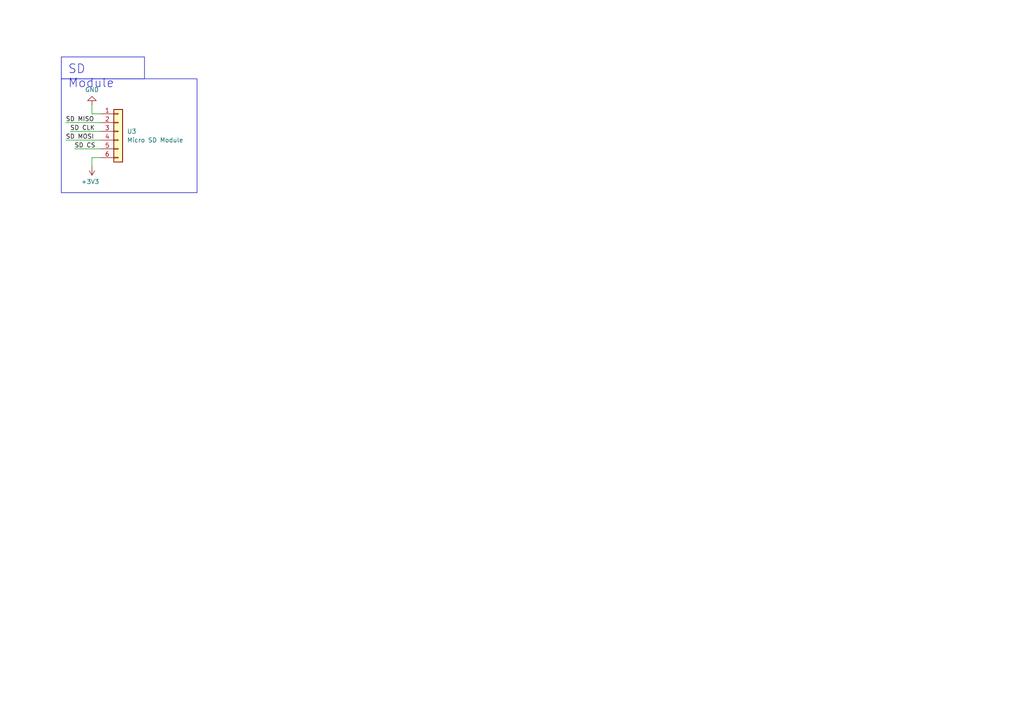
<source format=kicad_sch>
(kicad_sch (version 20230121) (generator eeschema)
  (paper "A4")
  (lib_symbols
    (symbol "Connector_Generic:Conn_01x06" (pin_names (offset 1.016) hide)
      (property "Reference" "J" (at 0 7.62 0))
      (property "Value" "Conn_01x06" (at 0 -10.16 0))
      (symbol "Conn_01x06_1_1"
        (rectangle (start -1.27 -7.493) (end 0 -7.747) (stroke (width 0.1524)))
        (rectangle (start -1.27 -4.953) (end 0 -5.207) (stroke (width 0.1524)))
        (rectangle (start -1.27 -2.413) (end 0 -2.667) (stroke (width 0.1524)))
        (rectangle (start -1.27 0.127) (end 0 -0.127) (stroke (width 0.1524)))
        (rectangle (start -1.27 2.667) (end 0 2.413) (stroke (width 0.1524)))
        (rectangle (start -1.27 5.207) (end 0 4.953) (stroke (width 0.1524)))
        (rectangle (start -1.27 6.35) (end 1.27 -8.89) (stroke (width 0.254)) (fill (type background)))
        (pin passive line (at -5.08 5.08 0) (length 3.81) (name "Pin_1") (number "1"))
        (pin passive line (at -5.08 2.54 0) (length 3.81) (name "Pin_2") (number "2"))
        (pin passive line (at -5.08 0 0) (length 3.81) (name "Pin_3") (number "3"))
        (pin passive line (at -5.08 -2.54 0) (length 3.81) (name "Pin_4") (number "4"))
        (pin passive line (at -5.08 -5.08 0) (length 3.81) (name "Pin_5") (number "5"))
        (pin passive line (at -5.08 -7.62 0) (length 3.81) (name "Pin_6") (number "6"))
      )
    )
    (symbol "power:+3.3V" (power) (pin_names (offset 0))
      (property "Value" "+3.3V" (at 0 3.556 0))
      (symbol "+3.3V_0_1"
        (polyline (pts (xy -0.762 1.27) (xy 0 2.54)))
        (polyline (pts (xy 0 0) (xy 0 2.54)))
        (polyline (pts (xy 0 2.54) (xy 0.762 1.27)))
      )
      (symbol "+3.3V_1_1"
        (pin power_in line (at 0 0 90) (length 0) hide (name "+3V3") (number "1"))
      )
    )
    (symbol "power:GND" (power) (pin_names (offset 0))
      (property "Value" "GND" (at 0 -3.81 0))
      (symbol "GND_0_1"
        (polyline (pts (xy 0 0) (xy 0 -1.27) (xy 1.27 -1.27) (xy 0 -2.54) (xy -1.27 -1.27) (xy 0 -1.27)))
      )
      (symbol "GND_1_1"
        (pin power_in line (at 0 0 270) (length 0) hide (name "GND") (number "1"))
      )
    )
  )
  (wire (pts (xy 21.59 43.18) (xy 29.21 43.18)))
  (wire (pts (xy 19.05 40.64) (xy 29.21 40.64)))
  (wire (pts (xy 26.67 30.48) (xy 26.67 33.02)))
  (wire (pts (xy 26.67 45.72) (xy 26.67 48.26)))
  (wire (pts (xy 20.32 38.1) (xy 29.21 38.1)))
  (wire (pts (xy 26.67 45.72) (xy 29.21 45.72)))
  (wire (pts (xy 19.05 35.56) (xy 29.21 35.56)))
  (wire (pts (xy 26.67 33.02) (xy 29.21 33.02)))
  (rectangle (start 17.78 22.86) (end 57.15 55.88))
  (text_box "SD Module" (at 17.78 16.51 0) (size 24.13 6.35) (effects (font (size 2.54 2.54)) (justify left top)))
  (label "SD MOSI" (at 19.05 40.64 0))
  (label "SD CS" (at 21.59 43.18 0))
  (label "SD MISO" (at 19.05 35.56 0))
  (label "SD CLK" (at 20.32 38.1 0))
  (symbol (lib_id "power:GND") (at 26.67 30.48 180) (unit 1)
    (property "Reference" "#PWR0107" (effects hide))
    (property "Value" "GND" (at 26.67 26.035 0))
    (instances (project "PICOnsole" (path "" (reference "#PWR0107") (unit 1)) (path "" (reference "#PWR015") (unit 1))))
  )
  (symbol (lib_id "power:+3.3V") (at 26.67 48.26 180) (unit 1)
    (property "Reference" "#PWR0117" (effects hide))
    (property "Value" "+3.3V" (at 23.495 52.705 0) (effects (justify right)))
    (instances (project "PICOnsole" (path "" (reference "#PWR0117") (unit 1)) (path "" (reference "#PWR016") (unit 1))))
  )
  (symbol (lib_id "Connector_Generic:Conn_01x06") (at 34.29 38.1 0) (unit 1)
    (property "Reference" "U3" (at 36.83 38.0999 0) (effects (justify left)))
    (property "Value" "Micro SD Module" (at 36.83 40.6399 0) (effects (justify left)))
    (property "Footprint" "Connector_PinHeader_2.54mm:PinHeader_1x06_P2.54mm_Vertical" (effects hide))
  )
)
</source>
